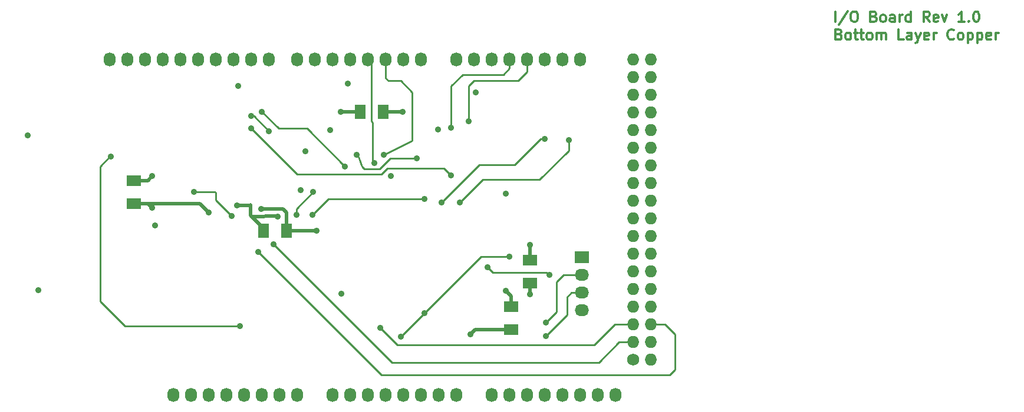
<source format=gbr>
G04 #@! TF.FileFunction,Copper,L4,Bot,Signal*
%FSLAX46Y46*%
G04 Gerber Fmt 4.6, Leading zero omitted, Abs format (unit mm)*
G04 Created by KiCad (PCBNEW 4.0.6) date 11/29/17 13:30:51*
%MOMM*%
%LPD*%
G01*
G04 APERTURE LIST*
%ADD10C,0.100000*%
%ADD11C,0.300000*%
%ADD12C,1.727200*%
%ADD13O,1.727200X1.727200*%
%ADD14O,1.727200X2.032000*%
%ADD15R,2.030000X1.730000*%
%ADD16O,2.030000X1.730000*%
%ADD17R,1.524000X2.032000*%
%ADD18R,2.032000X1.524000*%
%ADD19C,0.889000*%
%ADD20C,0.508000*%
%ADD21C,0.254000*%
G04 APERTURE END LIST*
D10*
D11*
X226417143Y-65443571D02*
X226417143Y-63943571D01*
X228202857Y-63872143D02*
X226917143Y-65800714D01*
X228988572Y-63943571D02*
X229274286Y-63943571D01*
X229417144Y-64015000D01*
X229560001Y-64157857D01*
X229631429Y-64443571D01*
X229631429Y-64943571D01*
X229560001Y-65229286D01*
X229417144Y-65372143D01*
X229274286Y-65443571D01*
X228988572Y-65443571D01*
X228845715Y-65372143D01*
X228702858Y-65229286D01*
X228631429Y-64943571D01*
X228631429Y-64443571D01*
X228702858Y-64157857D01*
X228845715Y-64015000D01*
X228988572Y-63943571D01*
X231917144Y-64657857D02*
X232131430Y-64729286D01*
X232202858Y-64800714D01*
X232274287Y-64943571D01*
X232274287Y-65157857D01*
X232202858Y-65300714D01*
X232131430Y-65372143D01*
X231988572Y-65443571D01*
X231417144Y-65443571D01*
X231417144Y-63943571D01*
X231917144Y-63943571D01*
X232060001Y-64015000D01*
X232131430Y-64086429D01*
X232202858Y-64229286D01*
X232202858Y-64372143D01*
X232131430Y-64515000D01*
X232060001Y-64586429D01*
X231917144Y-64657857D01*
X231417144Y-64657857D01*
X233131430Y-65443571D02*
X232988572Y-65372143D01*
X232917144Y-65300714D01*
X232845715Y-65157857D01*
X232845715Y-64729286D01*
X232917144Y-64586429D01*
X232988572Y-64515000D01*
X233131430Y-64443571D01*
X233345715Y-64443571D01*
X233488572Y-64515000D01*
X233560001Y-64586429D01*
X233631430Y-64729286D01*
X233631430Y-65157857D01*
X233560001Y-65300714D01*
X233488572Y-65372143D01*
X233345715Y-65443571D01*
X233131430Y-65443571D01*
X234917144Y-65443571D02*
X234917144Y-64657857D01*
X234845715Y-64515000D01*
X234702858Y-64443571D01*
X234417144Y-64443571D01*
X234274287Y-64515000D01*
X234917144Y-65372143D02*
X234774287Y-65443571D01*
X234417144Y-65443571D01*
X234274287Y-65372143D01*
X234202858Y-65229286D01*
X234202858Y-65086429D01*
X234274287Y-64943571D01*
X234417144Y-64872143D01*
X234774287Y-64872143D01*
X234917144Y-64800714D01*
X235631430Y-65443571D02*
X235631430Y-64443571D01*
X235631430Y-64729286D02*
X235702858Y-64586429D01*
X235774287Y-64515000D01*
X235917144Y-64443571D01*
X236060001Y-64443571D01*
X237202858Y-65443571D02*
X237202858Y-63943571D01*
X237202858Y-65372143D02*
X237060001Y-65443571D01*
X236774287Y-65443571D01*
X236631429Y-65372143D01*
X236560001Y-65300714D01*
X236488572Y-65157857D01*
X236488572Y-64729286D01*
X236560001Y-64586429D01*
X236631429Y-64515000D01*
X236774287Y-64443571D01*
X237060001Y-64443571D01*
X237202858Y-64515000D01*
X239917144Y-65443571D02*
X239417144Y-64729286D01*
X239060001Y-65443571D02*
X239060001Y-63943571D01*
X239631429Y-63943571D01*
X239774287Y-64015000D01*
X239845715Y-64086429D01*
X239917144Y-64229286D01*
X239917144Y-64443571D01*
X239845715Y-64586429D01*
X239774287Y-64657857D01*
X239631429Y-64729286D01*
X239060001Y-64729286D01*
X241131429Y-65372143D02*
X240988572Y-65443571D01*
X240702858Y-65443571D01*
X240560001Y-65372143D01*
X240488572Y-65229286D01*
X240488572Y-64657857D01*
X240560001Y-64515000D01*
X240702858Y-64443571D01*
X240988572Y-64443571D01*
X241131429Y-64515000D01*
X241202858Y-64657857D01*
X241202858Y-64800714D01*
X240488572Y-64943571D01*
X241702858Y-64443571D02*
X242060001Y-65443571D01*
X242417143Y-64443571D01*
X244917143Y-65443571D02*
X244060000Y-65443571D01*
X244488572Y-65443571D02*
X244488572Y-63943571D01*
X244345715Y-64157857D01*
X244202857Y-64300714D01*
X244060000Y-64372143D01*
X245560000Y-65300714D02*
X245631428Y-65372143D01*
X245560000Y-65443571D01*
X245488571Y-65372143D01*
X245560000Y-65300714D01*
X245560000Y-65443571D01*
X246560000Y-63943571D02*
X246702857Y-63943571D01*
X246845714Y-64015000D01*
X246917143Y-64086429D01*
X246988572Y-64229286D01*
X247060000Y-64515000D01*
X247060000Y-64872143D01*
X246988572Y-65157857D01*
X246917143Y-65300714D01*
X246845714Y-65372143D01*
X246702857Y-65443571D01*
X246560000Y-65443571D01*
X246417143Y-65372143D01*
X246345714Y-65300714D01*
X246274286Y-65157857D01*
X246202857Y-64872143D01*
X246202857Y-64515000D01*
X246274286Y-64229286D01*
X246345714Y-64086429D01*
X246417143Y-64015000D01*
X246560000Y-63943571D01*
X226917143Y-67207857D02*
X227131429Y-67279286D01*
X227202857Y-67350714D01*
X227274286Y-67493571D01*
X227274286Y-67707857D01*
X227202857Y-67850714D01*
X227131429Y-67922143D01*
X226988571Y-67993571D01*
X226417143Y-67993571D01*
X226417143Y-66493571D01*
X226917143Y-66493571D01*
X227060000Y-66565000D01*
X227131429Y-66636429D01*
X227202857Y-66779286D01*
X227202857Y-66922143D01*
X227131429Y-67065000D01*
X227060000Y-67136429D01*
X226917143Y-67207857D01*
X226417143Y-67207857D01*
X228131429Y-67993571D02*
X227988571Y-67922143D01*
X227917143Y-67850714D01*
X227845714Y-67707857D01*
X227845714Y-67279286D01*
X227917143Y-67136429D01*
X227988571Y-67065000D01*
X228131429Y-66993571D01*
X228345714Y-66993571D01*
X228488571Y-67065000D01*
X228560000Y-67136429D01*
X228631429Y-67279286D01*
X228631429Y-67707857D01*
X228560000Y-67850714D01*
X228488571Y-67922143D01*
X228345714Y-67993571D01*
X228131429Y-67993571D01*
X229060000Y-66993571D02*
X229631429Y-66993571D01*
X229274286Y-66493571D02*
X229274286Y-67779286D01*
X229345714Y-67922143D01*
X229488572Y-67993571D01*
X229631429Y-67993571D01*
X229917143Y-66993571D02*
X230488572Y-66993571D01*
X230131429Y-66493571D02*
X230131429Y-67779286D01*
X230202857Y-67922143D01*
X230345715Y-67993571D01*
X230488572Y-67993571D01*
X231202858Y-67993571D02*
X231060000Y-67922143D01*
X230988572Y-67850714D01*
X230917143Y-67707857D01*
X230917143Y-67279286D01*
X230988572Y-67136429D01*
X231060000Y-67065000D01*
X231202858Y-66993571D01*
X231417143Y-66993571D01*
X231560000Y-67065000D01*
X231631429Y-67136429D01*
X231702858Y-67279286D01*
X231702858Y-67707857D01*
X231631429Y-67850714D01*
X231560000Y-67922143D01*
X231417143Y-67993571D01*
X231202858Y-67993571D01*
X232345715Y-67993571D02*
X232345715Y-66993571D01*
X232345715Y-67136429D02*
X232417143Y-67065000D01*
X232560001Y-66993571D01*
X232774286Y-66993571D01*
X232917143Y-67065000D01*
X232988572Y-67207857D01*
X232988572Y-67993571D01*
X232988572Y-67207857D02*
X233060001Y-67065000D01*
X233202858Y-66993571D01*
X233417143Y-66993571D01*
X233560001Y-67065000D01*
X233631429Y-67207857D01*
X233631429Y-67993571D01*
X236202858Y-67993571D02*
X235488572Y-67993571D01*
X235488572Y-66493571D01*
X237345715Y-67993571D02*
X237345715Y-67207857D01*
X237274286Y-67065000D01*
X237131429Y-66993571D01*
X236845715Y-66993571D01*
X236702858Y-67065000D01*
X237345715Y-67922143D02*
X237202858Y-67993571D01*
X236845715Y-67993571D01*
X236702858Y-67922143D01*
X236631429Y-67779286D01*
X236631429Y-67636429D01*
X236702858Y-67493571D01*
X236845715Y-67422143D01*
X237202858Y-67422143D01*
X237345715Y-67350714D01*
X237917144Y-66993571D02*
X238274287Y-67993571D01*
X238631429Y-66993571D02*
X238274287Y-67993571D01*
X238131429Y-68350714D01*
X238060001Y-68422143D01*
X237917144Y-68493571D01*
X239774286Y-67922143D02*
X239631429Y-67993571D01*
X239345715Y-67993571D01*
X239202858Y-67922143D01*
X239131429Y-67779286D01*
X239131429Y-67207857D01*
X239202858Y-67065000D01*
X239345715Y-66993571D01*
X239631429Y-66993571D01*
X239774286Y-67065000D01*
X239845715Y-67207857D01*
X239845715Y-67350714D01*
X239131429Y-67493571D01*
X240488572Y-67993571D02*
X240488572Y-66993571D01*
X240488572Y-67279286D02*
X240560000Y-67136429D01*
X240631429Y-67065000D01*
X240774286Y-66993571D01*
X240917143Y-66993571D01*
X243417143Y-67850714D02*
X243345714Y-67922143D01*
X243131428Y-67993571D01*
X242988571Y-67993571D01*
X242774286Y-67922143D01*
X242631428Y-67779286D01*
X242560000Y-67636429D01*
X242488571Y-67350714D01*
X242488571Y-67136429D01*
X242560000Y-66850714D01*
X242631428Y-66707857D01*
X242774286Y-66565000D01*
X242988571Y-66493571D01*
X243131428Y-66493571D01*
X243345714Y-66565000D01*
X243417143Y-66636429D01*
X244274286Y-67993571D02*
X244131428Y-67922143D01*
X244060000Y-67850714D01*
X243988571Y-67707857D01*
X243988571Y-67279286D01*
X244060000Y-67136429D01*
X244131428Y-67065000D01*
X244274286Y-66993571D01*
X244488571Y-66993571D01*
X244631428Y-67065000D01*
X244702857Y-67136429D01*
X244774286Y-67279286D01*
X244774286Y-67707857D01*
X244702857Y-67850714D01*
X244631428Y-67922143D01*
X244488571Y-67993571D01*
X244274286Y-67993571D01*
X245417143Y-66993571D02*
X245417143Y-68493571D01*
X245417143Y-67065000D02*
X245560000Y-66993571D01*
X245845714Y-66993571D01*
X245988571Y-67065000D01*
X246060000Y-67136429D01*
X246131429Y-67279286D01*
X246131429Y-67707857D01*
X246060000Y-67850714D01*
X245988571Y-67922143D01*
X245845714Y-67993571D01*
X245560000Y-67993571D01*
X245417143Y-67922143D01*
X246774286Y-66993571D02*
X246774286Y-68493571D01*
X246774286Y-67065000D02*
X246917143Y-66993571D01*
X247202857Y-66993571D01*
X247345714Y-67065000D01*
X247417143Y-67136429D01*
X247488572Y-67279286D01*
X247488572Y-67707857D01*
X247417143Y-67850714D01*
X247345714Y-67922143D01*
X247202857Y-67993571D01*
X246917143Y-67993571D01*
X246774286Y-67922143D01*
X248702857Y-67922143D02*
X248560000Y-67993571D01*
X248274286Y-67993571D01*
X248131429Y-67922143D01*
X248060000Y-67779286D01*
X248060000Y-67207857D01*
X248131429Y-67065000D01*
X248274286Y-66993571D01*
X248560000Y-66993571D01*
X248702857Y-67065000D01*
X248774286Y-67207857D01*
X248774286Y-67350714D01*
X248060000Y-67493571D01*
X249417143Y-67993571D02*
X249417143Y-66993571D01*
X249417143Y-67279286D02*
X249488571Y-67136429D01*
X249560000Y-67065000D01*
X249702857Y-66993571D01*
X249845714Y-66993571D01*
D12*
X197358000Y-114046000D03*
D13*
X199898000Y-114046000D03*
X197358000Y-111506000D03*
X199898000Y-111506000D03*
X197358000Y-108966000D03*
X199898000Y-108966000D03*
X197358000Y-106426000D03*
X199898000Y-106426000D03*
X197358000Y-103886000D03*
X199898000Y-103886000D03*
X197358000Y-101346000D03*
X199898000Y-101346000D03*
X197358000Y-98806000D03*
X199898000Y-98806000D03*
X197358000Y-96266000D03*
X199898000Y-96266000D03*
X197358000Y-93726000D03*
X199898000Y-93726000D03*
X197358000Y-91186000D03*
X199898000Y-91186000D03*
X197358000Y-88646000D03*
X199898000Y-88646000D03*
X197358000Y-86106000D03*
X199898000Y-86106000D03*
X197358000Y-83566000D03*
X199898000Y-83566000D03*
X197358000Y-81026000D03*
X199898000Y-81026000D03*
X197358000Y-78486000D03*
X199898000Y-78486000D03*
X197358000Y-75946000D03*
X199898000Y-75946000D03*
X197358000Y-73406000D03*
X199898000Y-73406000D03*
X197358000Y-70866000D03*
X199898000Y-70866000D03*
D14*
X131318000Y-119126000D03*
X133858000Y-119126000D03*
X136398000Y-119126000D03*
X138938000Y-119126000D03*
X141478000Y-119126000D03*
X144018000Y-119126000D03*
X146558000Y-119126000D03*
X149098000Y-119126000D03*
X154178000Y-119126000D03*
X156718000Y-119126000D03*
X159258000Y-119126000D03*
X161798000Y-119126000D03*
X164338000Y-119126000D03*
X166878000Y-119126000D03*
X169418000Y-119126000D03*
X171958000Y-119126000D03*
X177038000Y-119126000D03*
X179578000Y-119126000D03*
X182118000Y-119126000D03*
X184658000Y-119126000D03*
X187198000Y-119126000D03*
X189738000Y-119126000D03*
X192278000Y-119126000D03*
X194818000Y-119126000D03*
X122174000Y-70866000D03*
X124714000Y-70866000D03*
X127254000Y-70866000D03*
X129794000Y-70866000D03*
X132334000Y-70866000D03*
X134874000Y-70866000D03*
X137414000Y-70866000D03*
X139954000Y-70866000D03*
X142494000Y-70866000D03*
X145034000Y-70866000D03*
X149098000Y-70866000D03*
X151638000Y-70866000D03*
X154178000Y-70866000D03*
X156718000Y-70866000D03*
X159258000Y-70866000D03*
X161798000Y-70866000D03*
X164338000Y-70866000D03*
X166878000Y-70866000D03*
X171958000Y-70866000D03*
X174498000Y-70866000D03*
X177038000Y-70866000D03*
X179578000Y-70866000D03*
X182118000Y-70866000D03*
X184658000Y-70866000D03*
X187198000Y-70866000D03*
X189738000Y-70866000D03*
D15*
X189992000Y-99314000D03*
D16*
X189992000Y-101854000D03*
X189992000Y-104394000D03*
X189992000Y-106934000D03*
D17*
X144272000Y-95504000D03*
X147574000Y-95504000D03*
D18*
X125603000Y-91567000D03*
X125603000Y-88265000D03*
D17*
X161417000Y-78359000D03*
X158115000Y-78359000D03*
D18*
X179832000Y-106426000D03*
X179832000Y-109728000D03*
X182499000Y-99695000D03*
X182499000Y-102997000D03*
D19*
X179070000Y-90170000D03*
X128651000Y-94742000D03*
X111887000Y-104013000D03*
X110363000Y-81788000D03*
X155321000Y-78359000D03*
X150241000Y-84074000D03*
X162560000Y-87630000D03*
X182499000Y-104648000D03*
X173990000Y-110363000D03*
X143891000Y-92329000D03*
X151892000Y-95504000D03*
X128270000Y-87630000D03*
X155448000Y-104521000D03*
X164211000Y-78359000D03*
X169291000Y-80899000D03*
X174752000Y-75565000D03*
X149606000Y-89662000D03*
X153797000Y-81026000D03*
X140589000Y-74676000D03*
X156337000Y-74295000D03*
X182499000Y-97536000D03*
X179070000Y-104140000D03*
X148971000Y-93218000D03*
X151384000Y-89916000D03*
X167386000Y-107315000D03*
X142494000Y-78994000D03*
X145034000Y-81153000D03*
X163957000Y-110744000D03*
X179578000Y-99187000D03*
X185293000Y-101854000D03*
X176403000Y-100711000D03*
X166243000Y-85090000D03*
X157607000Y-84582000D03*
X184785000Y-108712000D03*
X184785000Y-110617000D03*
X184658000Y-82296000D03*
X169799000Y-91440000D03*
X188087000Y-82423000D03*
X172466000Y-91440000D03*
X173736000Y-79756000D03*
X171196000Y-80645000D03*
X160147000Y-85725000D03*
X161544000Y-84582000D03*
X151257000Y-93218000D03*
X167386000Y-90932000D03*
X134239000Y-89916000D03*
X139700000Y-93345000D03*
X122301000Y-84836000D03*
X140843000Y-109220000D03*
X161036000Y-109474000D03*
X145669000Y-97409000D03*
X143510000Y-98552000D03*
X140462000Y-91821000D03*
X146304000Y-93472000D03*
X136398000Y-92837000D03*
X128270000Y-92202000D03*
X171196000Y-87503000D03*
X142494000Y-80772000D03*
X155956000Y-86233000D03*
X144018000Y-78359000D03*
D20*
X158115000Y-78359000D02*
X155321000Y-78359000D01*
X182499000Y-104648000D02*
X182499000Y-102997000D01*
X179832000Y-109728000D02*
X174625000Y-109728000D01*
X174625000Y-109728000D02*
X173990000Y-110363000D01*
X147574000Y-92837000D02*
X147574000Y-95504000D01*
X147066000Y-92329000D02*
X147574000Y-92837000D01*
X143891000Y-92329000D02*
X147066000Y-92329000D01*
X147574000Y-95504000D02*
X151892000Y-95504000D01*
X125603000Y-88265000D02*
X127635000Y-88265000D01*
X127635000Y-88265000D02*
X128270000Y-87630000D01*
X161417000Y-78359000D02*
X164211000Y-78359000D01*
X182499000Y-99695000D02*
X182499000Y-97536000D01*
X179832000Y-104902000D02*
X179832000Y-106426000D01*
X179070000Y-104140000D02*
X179832000Y-104902000D01*
D21*
X148971000Y-92329000D02*
X148971000Y-93218000D01*
X151384000Y-89916000D02*
X148971000Y-92329000D01*
X142875000Y-78994000D02*
X142494000Y-78994000D01*
X145034000Y-81153000D02*
X142875000Y-78994000D01*
X163957000Y-110744000D02*
X167386000Y-107315000D01*
X167386000Y-107315000D02*
X175514000Y-99187000D01*
X175514000Y-99187000D02*
X179578000Y-99187000D01*
X184912000Y-101473000D02*
X185293000Y-101854000D01*
X177165000Y-101473000D02*
X184912000Y-101473000D01*
X176403000Y-100711000D02*
X177165000Y-101473000D01*
X162433000Y-85090000D02*
X166243000Y-85090000D01*
X160909000Y-86614000D02*
X162433000Y-85090000D01*
X158750000Y-86614000D02*
X160909000Y-86614000D01*
X158369000Y-86233000D02*
X158750000Y-86614000D01*
X157861000Y-84836000D02*
X158369000Y-86233000D01*
X157607000Y-84582000D02*
X157861000Y-84836000D01*
X187325000Y-101854000D02*
X189992000Y-101854000D01*
X186309000Y-102870000D02*
X187325000Y-101854000D01*
X186309000Y-107188000D02*
X186309000Y-102870000D01*
X184785000Y-108712000D02*
X186309000Y-107188000D01*
X188468000Y-104394000D02*
X189992000Y-104394000D01*
X187833000Y-105029000D02*
X188468000Y-104394000D01*
X187833000Y-107569000D02*
X187833000Y-105029000D01*
X184785000Y-110617000D02*
X187833000Y-107569000D01*
X184023000Y-82296000D02*
X184658000Y-82296000D01*
X180340000Y-85979000D02*
X184023000Y-82296000D01*
X175260000Y-85979000D02*
X180340000Y-85979000D01*
X169799000Y-91440000D02*
X175260000Y-85979000D01*
X188087000Y-83947000D02*
X188087000Y-82423000D01*
X183896000Y-88138000D02*
X188087000Y-83947000D01*
X175768000Y-88138000D02*
X183896000Y-88138000D01*
X172466000Y-91440000D02*
X175768000Y-88138000D01*
X182118000Y-70866000D02*
X182118000Y-72644000D01*
X180848000Y-73914000D02*
X182118000Y-72644000D01*
X174498000Y-73914000D02*
X180848000Y-73914000D01*
X173736000Y-74676000D02*
X174498000Y-73914000D01*
X173736000Y-74676000D02*
X173736000Y-79756000D01*
X179578000Y-70866000D02*
X179578000Y-72136000D01*
X171196000Y-74676000D02*
X171196000Y-80645000D01*
X172847000Y-73025000D02*
X171196000Y-74676000D01*
X178689000Y-73025000D02*
X172847000Y-73025000D01*
X179578000Y-72136000D02*
X178689000Y-73025000D01*
X159766000Y-71374000D02*
X159766000Y-73279000D01*
X160147000Y-85725000D02*
X159893000Y-85471000D01*
X159893000Y-85471000D02*
X159893000Y-79883000D01*
X159893000Y-79883000D02*
X159766000Y-79756000D01*
X159766000Y-79756000D02*
X159766000Y-73279000D01*
X159766000Y-71374000D02*
X159258000Y-70866000D01*
X161798000Y-73533000D02*
X161798000Y-70866000D01*
X162179000Y-73914000D02*
X161798000Y-73533000D01*
X163957000Y-73914000D02*
X162179000Y-73914000D01*
X165608000Y-75565000D02*
X163957000Y-73914000D01*
X165608000Y-82550000D02*
X165608000Y-75565000D01*
X161544000Y-84582000D02*
X165608000Y-82550000D01*
X151257000Y-93218000D02*
X153543000Y-90932000D01*
X153543000Y-90932000D02*
X167386000Y-90932000D01*
X137287000Y-89916000D02*
X134239000Y-89916000D01*
X137414000Y-90043000D02*
X137287000Y-89916000D01*
X137414000Y-91059000D02*
X137414000Y-90043000D01*
X139700000Y-93345000D02*
X137414000Y-91059000D01*
X197358000Y-108966000D02*
X194691000Y-108966000D01*
X122174000Y-84836000D02*
X122301000Y-84836000D01*
X120777000Y-86233000D02*
X122174000Y-84836000D01*
X120777000Y-105664000D02*
X120777000Y-86233000D01*
X124333000Y-109220000D02*
X120777000Y-105664000D01*
X140843000Y-109220000D02*
X124333000Y-109220000D01*
X163449000Y-111887000D02*
X161036000Y-109474000D01*
X191770000Y-111887000D02*
X163449000Y-111887000D01*
X194691000Y-108966000D02*
X191770000Y-111887000D01*
X195326000Y-111506000D02*
X197358000Y-111506000D01*
X192405000Y-114427000D02*
X195326000Y-111506000D01*
X162687000Y-114427000D02*
X192405000Y-114427000D01*
X145669000Y-97409000D02*
X162687000Y-114427000D01*
X201930000Y-108966000D02*
X199898000Y-108966000D01*
X203327000Y-110363000D02*
X201930000Y-108966000D01*
X203327000Y-115443000D02*
X203327000Y-110363000D01*
X202565000Y-116205000D02*
X203327000Y-115443000D01*
X161163000Y-116205000D02*
X202565000Y-116205000D01*
X143510000Y-98552000D02*
X161163000Y-116205000D01*
D20*
X142430500Y-93281500D02*
X142430500Y-91757500D01*
X142367000Y-91821000D02*
X140462000Y-91821000D01*
X142430500Y-91757500D02*
X142367000Y-91821000D01*
X142557500Y-93408500D02*
X142430500Y-93281500D01*
X146177000Y-93345000D02*
X142557500Y-93408500D01*
X146304000Y-93472000D02*
X146177000Y-93345000D01*
X142430500Y-93281500D02*
X144272000Y-95123000D01*
X144272000Y-95123000D02*
X144272000Y-95504000D01*
X127508000Y-91567000D02*
X135128000Y-91567000D01*
X135128000Y-91567000D02*
X136398000Y-92837000D01*
X125603000Y-91567000D02*
X127508000Y-91567000D01*
X127508000Y-91567000D02*
X127635000Y-91567000D01*
X127635000Y-91567000D02*
X128270000Y-92202000D01*
D21*
X149098000Y-87376000D02*
X142494000Y-80772000D01*
X161163000Y-87376000D02*
X149098000Y-87376000D01*
X162052000Y-86487000D02*
X161163000Y-87376000D01*
X170180000Y-86487000D02*
X162052000Y-86487000D01*
X170180000Y-86487000D02*
X171196000Y-87503000D01*
X150495000Y-80772000D02*
X155956000Y-86233000D01*
X146431000Y-80772000D02*
X150495000Y-80772000D01*
X144018000Y-78359000D02*
X146431000Y-80772000D01*
M02*

</source>
